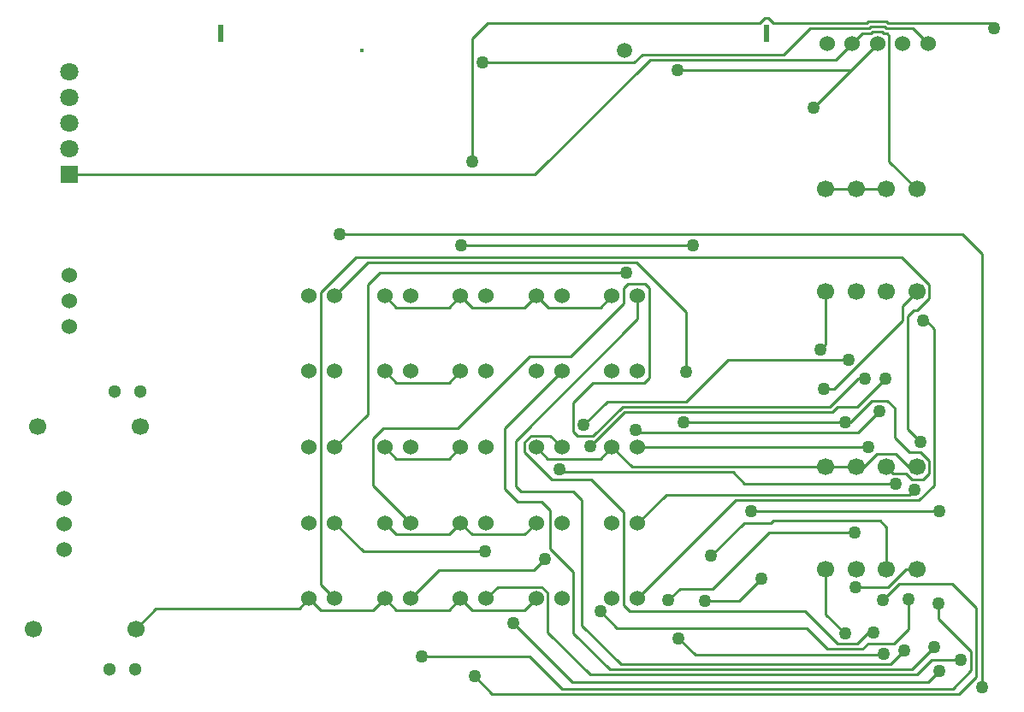
<source format=gbl>
G04 Layer_Physical_Order=2*
G04 Layer_Color=11436288*
%FSLAX25Y25*%
%MOIN*%
G70*
G01*
G75*
%ADD12C,0.01000*%
%ADD13C,0.01500*%
%ADD14C,0.05906*%
%ADD15R,0.01969X0.07087*%
%ADD16C,0.06000*%
%ADD17C,0.07087*%
%ADD18R,0.07087X0.07087*%
%ADD19C,0.06693*%
%ADD20C,0.05118*%
%ADD21C,0.05000*%
D12*
X334900Y260700D02*
X341400Y254200D01*
X327700Y255237D02*
X342937Y240000D01*
X327700Y255237D02*
Y304000D01*
X342937Y240000D02*
X448044D01*
X432530Y471900D02*
X442913Y482283D01*
X417900Y457270D02*
X432530Y471900D01*
X288900Y474800D02*
X348100D01*
X351200Y477900D01*
X406400D01*
X434400Y270200D02*
X447071D01*
X453965Y277094D01*
X458235D01*
X446424Y317094D02*
X448918Y314600D01*
X453875D01*
X456275Y312200D01*
X460800D01*
X463082Y314482D01*
Y319618D01*
X459800Y322900D02*
X463082Y319618D01*
X455200Y322900D02*
X459800D01*
X449700Y328400D02*
X455200Y322900D01*
X449700Y328400D02*
Y340000D01*
X446800Y342900D02*
X449700Y340000D01*
X440731Y342900D02*
X446800D01*
X432431Y334600D02*
X440731Y342900D01*
X430200Y334600D02*
X432431D01*
X367400D02*
X430200D01*
X349488Y265748D02*
X387740Y304000D01*
X459100D01*
X465082Y309982D01*
Y370880D01*
X349488Y295276D02*
X360513Y306300D01*
X455400D01*
X457300Y308200D01*
X341400Y254200D02*
X415214D01*
X423414Y246000D01*
X436943D01*
X439243Y248300D01*
X449500D01*
X454900Y253700D01*
Y265600D01*
X349488Y374763D02*
Y383858D01*
X301961Y327236D02*
X349488Y374763D01*
X301961Y309539D02*
Y327236D01*
Y309539D02*
X304000Y307500D01*
X324200D01*
X327700Y304000D01*
X448044Y240000D02*
X453444Y245400D01*
X328400Y333400D02*
X337600Y342600D01*
X368400D01*
X384700Y358900D01*
X456260Y238000D02*
X464980Y246720D01*
X338600Y238000D02*
X456260D01*
X324461Y252139D02*
X338600Y238000D01*
X324461Y252139D02*
Y276024D01*
X315400Y285085D02*
X324461Y276024D01*
X315400Y285085D02*
Y300000D01*
X312000Y303400D02*
X315400Y300000D01*
X302800Y303400D02*
X312000D01*
X297630Y308570D02*
X302800Y303400D01*
X297630Y308570D02*
Y332000D01*
X319961Y354331D01*
X444957Y243657D02*
X445300Y244000D01*
X371943Y243657D02*
X444957D01*
X365500Y250100D02*
X371943Y243657D01*
X435393Y330593D02*
X443700Y338900D01*
X349538Y330593D02*
X435393D01*
X348515Y331615D02*
X349538Y330593D01*
X391000Y310600D02*
X449900D01*
X386600Y315000D02*
X391000Y310600D01*
X320400Y315000D02*
X386600D01*
X319100Y316300D02*
X320400Y315000D01*
X308903Y276703D02*
X313300Y281100D01*
X271860Y276703D02*
X308903D01*
X260906Y265748D02*
X271860Y276703D01*
X246400Y309781D02*
X260906Y295276D01*
X246400Y309781D02*
Y328000D01*
X250400Y332000D01*
X279400D01*
X307400Y360000D01*
X323300D01*
X344000Y380700D01*
Y386700D01*
X345764Y388464D01*
X352236D01*
X354000Y386700D01*
Y351800D02*
Y386700D01*
X352000Y349800D02*
X354000Y351800D01*
X332000Y349800D02*
X352000D01*
X324400Y342200D02*
X332000Y349800D01*
X324400Y330700D02*
Y342200D01*
Y330700D02*
X326000Y329100D01*
X332071D01*
X343571Y340600D01*
X424380D01*
X479400Y237800D02*
Y245100D01*
X472200Y230600D02*
X479400Y237800D01*
X319900Y230600D02*
X472200D01*
X307200Y243300D02*
X319900Y230600D01*
X265500Y243300D02*
X307200D01*
X284900Y436000D02*
Y484000D01*
X375800Y264800D02*
X388900D01*
X397600Y273500D01*
X280547Y403500D02*
X370900D01*
X400700Y291600D02*
X434100D01*
X378600Y269500D02*
X400700Y291600D01*
X365900Y269500D02*
X378600D01*
X361500Y265100D02*
X365900Y269500D01*
X242554Y284100D02*
X289900D01*
X231378Y295276D02*
X242554Y284100D01*
X231378Y324803D02*
X244200Y337625D01*
Y388000D01*
X248900Y392700D01*
X344900D01*
X393600Y299900D02*
X467000D01*
X483600Y231200D02*
Y400300D01*
X476000Y407900D02*
X483600Y400300D01*
X233500Y407900D02*
X476000D01*
X250906Y354331D02*
X255436Y349800D01*
X275902D01*
X280433Y354331D01*
X275930Y320300D02*
X280433Y324803D01*
X255409Y320300D02*
X275930D01*
X250906Y324803D02*
X255409Y320300D01*
X250906Y383858D02*
X255464Y379300D01*
X275875D01*
X280433Y383858D01*
X250906Y295276D02*
X255481Y290700D01*
X275857D01*
X280433Y295276D01*
X305402Y379300D02*
X309961Y383858D01*
X284991Y379300D02*
X305402D01*
X280433Y383858D02*
X284991Y379300D01*
X309961Y383858D02*
X314519Y379300D01*
X334930D01*
X339488Y383858D01*
X347198Y317094D02*
X422802D01*
X339488Y324803D02*
X347198Y317094D01*
X305385Y290700D02*
X309961Y295276D01*
X285009Y290700D02*
X305385D01*
X280433Y295276D02*
X285009Y290700D01*
X280433Y265748D02*
X284981Y261200D01*
X305413D01*
X309961Y265748D01*
X246358Y261200D02*
X250906Y265748D01*
X225926Y261200D02*
X246358D01*
X221378Y265748D02*
X225926Y261200D01*
X250906Y265748D02*
X255454Y261200D01*
X275885D01*
X280433Y265748D01*
X368200Y354000D02*
Y377400D01*
X348900Y396700D02*
X368200Y377400D01*
X244220Y396700D02*
X348900D01*
X231378Y383858D02*
X244220Y396700D01*
X378131Y282331D02*
X390900Y295100D01*
X401400D01*
X402300Y296000D01*
X444000D01*
X446424Y293576D01*
Y277094D02*
Y293576D01*
X427257Y340509D02*
X435109D01*
X425348Y338600D02*
X427257Y340509D01*
X344400Y338600D02*
X425348D01*
X330900Y325100D02*
X344400Y338600D01*
X439500Y252600D02*
X441400D01*
X434900Y248000D02*
X439500Y252600D01*
X427414Y248000D02*
X434900D01*
X414637Y260776D02*
X427414Y248000D01*
X346324Y260776D02*
X414637D01*
X344000Y263100D02*
X346324Y260776D01*
X344000Y263100D02*
Y299500D01*
X331200Y312300D02*
X344000Y299500D01*
X316000Y312300D02*
X331200D01*
X305461Y322839D02*
X316000Y312300D01*
X305461Y322839D02*
Y326764D01*
X308000Y329303D01*
X315461D01*
X319961Y324803D01*
X301100Y256100D02*
X324000Y233200D01*
X462600D01*
X466900Y237500D01*
X481400Y235200D02*
Y262100D01*
X474800Y228600D02*
X481400Y235200D01*
X292800Y228600D02*
X474800D01*
X285900Y235500D02*
X292800Y228600D01*
X290433Y265748D02*
X294985Y270300D01*
X312161D01*
X314461Y268000D01*
Y252439D02*
Y268000D01*
Y252439D02*
X330900Y236000D01*
X458260D01*
X464012Y241752D01*
X475400D01*
X422802Y259598D02*
Y277094D01*
Y259598D02*
X430400Y252000D01*
X463100Y382900D02*
Y388000D01*
X452400Y398700D02*
X463100Y388000D01*
X239600Y398700D02*
X452400D01*
X225900Y385000D02*
X239600Y398700D01*
X225900Y271226D02*
Y385000D01*
Y271226D02*
X231378Y265748D01*
X454906Y317094D02*
X458235D01*
X449940Y322060D02*
X454906Y317094D01*
X442766Y322060D02*
X449940D01*
X437800Y317094D02*
X442766Y322060D01*
X434613Y317094D02*
X437800D01*
X349488Y324803D02*
X439460D01*
X426687Y475900D02*
X433071Y482283D01*
X354300Y475900D02*
X426687D01*
X309502Y431102D02*
X354300Y475900D01*
X127953Y431102D02*
X309502D01*
X309961Y324803D02*
X314464Y320300D01*
X334985D01*
X339488Y324803D01*
X447500Y436096D02*
Y485283D01*
Y436096D02*
X458235Y425361D01*
X364900Y471900D02*
X432530D01*
X217530Y261900D02*
X221378Y265748D01*
X161821Y261900D02*
X217530D01*
X153858Y253937D02*
X161821Y261900D01*
X422802Y425361D02*
X434613D01*
X446424D01*
X422802Y317094D02*
X434613D01*
X461946Y374016D02*
X465082Y370880D01*
X454670Y375673D02*
X457013Y378016D01*
X458216D01*
X463100Y382900D01*
X452670Y374167D02*
Y379796D01*
X454670Y331930D02*
Y375673D01*
Y331930D02*
X459700Y326900D01*
X452670Y379796D02*
X458235Y385361D01*
X460630Y374016D02*
X461946D01*
X284900Y484000D02*
X291057Y490158D01*
X406400Y477900D02*
X416657Y488158D01*
X456724D02*
X462598Y482283D01*
X433071D02*
X436945Y486158D01*
X446626D02*
X447500Y485283D01*
X436945Y486158D02*
X440423D01*
X441049Y486783D01*
X444777D01*
X445403Y486158D01*
X446626D01*
X439595Y488158D02*
X440221Y488783D01*
X445606D01*
X446232Y488158D01*
X438767Y490158D02*
X439393Y490783D01*
X446434D01*
X447060Y490158D01*
X416657Y488158D02*
X439595D01*
X446232D02*
X456724D01*
X402318Y490158D02*
X438767D01*
X291057D02*
X396895D01*
X488189Y488189D02*
Y490158D01*
X447060D02*
X488189D01*
X396895D02*
X398863Y492126D01*
X400350D01*
X402318Y490158D01*
X471900Y271600D02*
X481400Y262100D01*
X444900Y265200D02*
X451300Y271600D01*
X471900D01*
X466535Y257965D02*
X479400Y245100D01*
X422802Y364900D02*
Y385361D01*
X424380Y340600D02*
X435180Y351400D01*
X435109Y340509D02*
X446000Y351400D01*
X435180D02*
X438000D01*
X425903Y347400D02*
X452670Y374167D01*
X421900Y347400D02*
X425903D01*
X384700Y358900D02*
X431636D01*
X420802Y362900D02*
X422802Y364900D01*
X466535Y257965D02*
Y263779D01*
D13*
X242126Y479528D02*
D03*
D14*
X344488D02*
D03*
D15*
X187008Y486220D02*
D03*
X399606D02*
D03*
D16*
X462598Y482283D02*
D03*
X452756D02*
D03*
X442913D02*
D03*
X433071D02*
D03*
X423228D02*
D03*
X125984Y304921D02*
D03*
Y294921D02*
D03*
Y284921D02*
D03*
X127953Y371890D02*
D03*
Y391890D02*
D03*
Y381890D02*
D03*
X349488Y383858D02*
D03*
X339488D02*
D03*
X319961D02*
D03*
X309961D02*
D03*
X290433D02*
D03*
X280433D02*
D03*
X260906D02*
D03*
X250906D02*
D03*
X231378D02*
D03*
X221378D02*
D03*
X349488Y354331D02*
D03*
X339488D02*
D03*
X319961D02*
D03*
X309961D02*
D03*
X290433D02*
D03*
X280433D02*
D03*
X260906D02*
D03*
X250906D02*
D03*
X231378D02*
D03*
X221378D02*
D03*
X349488Y324803D02*
D03*
X339488D02*
D03*
X319961D02*
D03*
X309961D02*
D03*
X290433D02*
D03*
X280433D02*
D03*
X260906D02*
D03*
X250906D02*
D03*
X231378D02*
D03*
X221378D02*
D03*
X349488Y295276D02*
D03*
X339488D02*
D03*
X319961D02*
D03*
X309961D02*
D03*
X290433D02*
D03*
X280433D02*
D03*
X260906D02*
D03*
X250906D02*
D03*
X231378D02*
D03*
X221378D02*
D03*
X349488Y265748D02*
D03*
X339488D02*
D03*
X319961D02*
D03*
X309961D02*
D03*
X290433D02*
D03*
X280433D02*
D03*
X260906D02*
D03*
X250906D02*
D03*
X231378D02*
D03*
X221378D02*
D03*
D17*
X127953Y471102D02*
D03*
Y461102D02*
D03*
Y451102D02*
D03*
Y441102D02*
D03*
D18*
Y431102D02*
D03*
D19*
X153858Y253937D02*
D03*
X113858D02*
D03*
X115827Y332677D02*
D03*
X155827D02*
D03*
X434613Y425361D02*
D03*
Y385361D02*
D03*
X422802Y425361D02*
D03*
Y385361D02*
D03*
X434613Y317094D02*
D03*
Y277094D02*
D03*
X422802Y317094D02*
D03*
Y277094D02*
D03*
X446424Y385361D02*
D03*
Y425361D02*
D03*
X458235Y277094D02*
D03*
Y317094D02*
D03*
Y385361D02*
D03*
Y425361D02*
D03*
X446424Y277094D02*
D03*
Y317094D02*
D03*
D20*
X143701Y238189D02*
D03*
X153701D02*
D03*
X145669Y346457D02*
D03*
X155669D02*
D03*
D21*
X334900Y260700D02*
D03*
X288900Y474800D02*
D03*
X434400Y270200D02*
D03*
X367400Y334600D02*
D03*
X430200D02*
D03*
X457300Y308200D02*
D03*
X454900Y265600D02*
D03*
X453444Y245400D02*
D03*
X328400Y333400D02*
D03*
X464980Y246720D02*
D03*
X445300Y244000D02*
D03*
X365500Y250100D02*
D03*
X443700Y338900D02*
D03*
X348515Y331615D02*
D03*
X449900Y310600D02*
D03*
X319100Y316300D02*
D03*
X313300Y281100D02*
D03*
X265500Y243300D02*
D03*
X284900Y436000D02*
D03*
X375800Y264800D02*
D03*
X397600Y273500D02*
D03*
X370900Y403500D02*
D03*
X280547D02*
D03*
X434100Y291600D02*
D03*
X361500Y265100D02*
D03*
X289900Y284100D02*
D03*
X344900Y392700D02*
D03*
X393600Y299900D02*
D03*
X467000D02*
D03*
X483600Y231200D02*
D03*
X233500Y407900D02*
D03*
X368200Y354000D02*
D03*
X378131Y282331D02*
D03*
X330900Y325100D02*
D03*
X441400Y252600D02*
D03*
X301100Y256100D02*
D03*
X466900Y237500D02*
D03*
X444900Y265200D02*
D03*
X285900Y235500D02*
D03*
X475400Y241752D02*
D03*
X430400Y252000D02*
D03*
X459700Y326900D02*
D03*
X417900Y457270D02*
D03*
X439460Y324803D02*
D03*
X364900Y471900D02*
D03*
X460630Y374016D02*
D03*
X488189Y488189D02*
D03*
X446000Y351400D02*
D03*
X438000D02*
D03*
X431636Y358900D02*
D03*
X421900Y347400D02*
D03*
X420802Y362900D02*
D03*
X466535Y263779D02*
D03*
M02*

</source>
